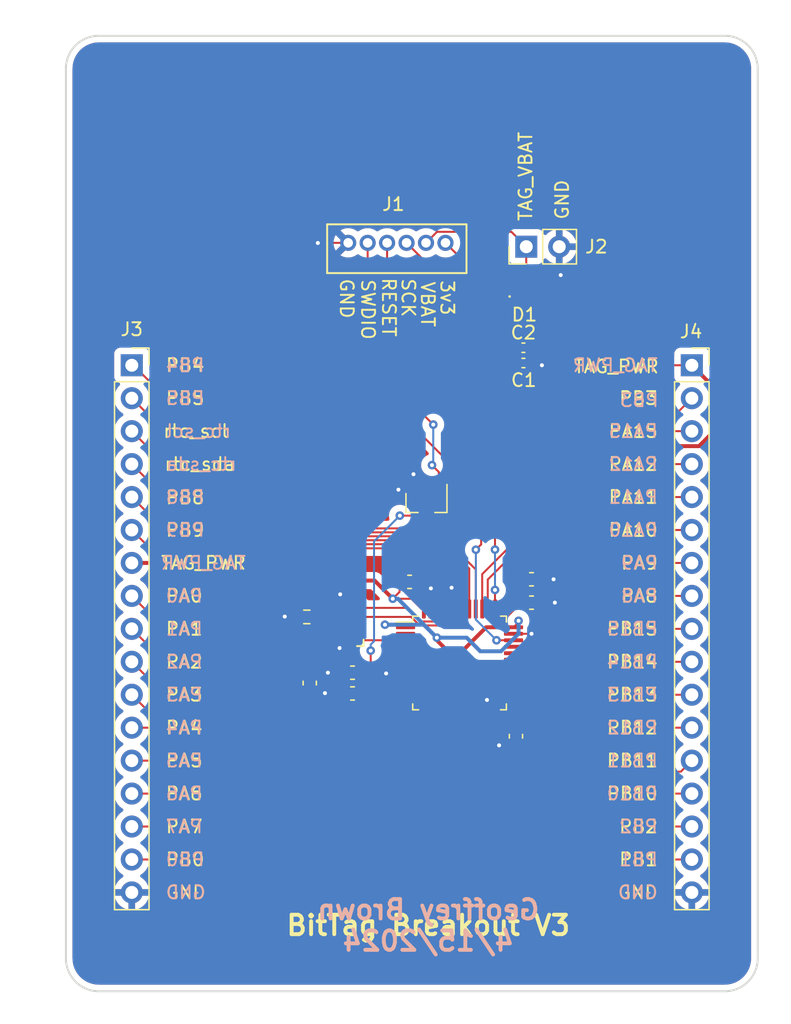
<source format=kicad_pcb>
(kicad_pcb (version 20211014) (generator pcbnew)
  (layers (0 "F.Cu" signal) (31 "B.Cu" signal) (34 "B.Paste" user) (35 "F.Paste" user) (36 "B.SilkS" user "B.Silkscreen") (37 "F.SilkS" user "F.Silkscreen") (38 "B.Mask" user) (39 "F.Mask" user) (44 "Edge.Cuts" user))
  (net 0 "")
  (net 1 "GND")
  (net 2 "TAG_3V3")
  (net 3 "TAG_SWDIO")
  (net 4 "TAG_RESET")
  (net 5 "TAG_VBAT")
  (net 6 "/PB4")
  (net 7 "/PB5")
  (net 8 "/rtc_scl")
  (net 9 "/rtc_sda")
  (net 10 "/NRST")
  (net 11 "TAG_SCK")
  (net 12 "/PB8")
  (net 13 "/PB9")
  (net 14 "/PA0")
  (net 15 "/PA1")
  (net 16 "/PA2")
  (net 17 "/PA3")
  (net 18 "/PA4")
  (net 19 "/PA5")
  (net 20 "/PA6")
  (net 21 "/PA7")
  (net 22 "/PB0")
  (net 23 "/PB3")
  (net 24 "/PA15")
  (net 25 "/PA12")
  (net 26 "/PA11")
  (net 27 "/PA10")
  (net 28 "/PA9")
  (net 29 "/PA8")
  (net 30 "/PB15")
  (net 31 "/PB14")
  (net 32 "/PB13")
  (net 33 "/PB12")
  (net 34 "/PB11")
  (net 35 "/PB10")
  (net 36 "/PB2")
  (net 37 "/PB1")
  (net 38 "Net-(R3-Pad2)")
  (net 39 "/clkout")
  (footprint "Capacitor_SMD:C_0603_1608Metric" (layer "F.Cu") (at 128.1 92.9)
    (fp_text reference "C3" hide)
    (fp_text value "0.1uF")
  )
  (footprint "Capacitor_SMD:C_0603_1608Metric" (layer "F.Cu") (at 137.5 94.5)
    (fp_text reference "C4" hide)
    (fp_text value "0.1uF")
  )
  (footprint "Capacitor_SMD:C_0603_1608Metric" (layer "F.Cu") (at 123.7 99.9 180)
    (fp_text reference "C5" hide)
    (fp_text value "0.1uF")
  )
  (footprint "Capacitor_SMD:C_0603_1608Metric" (layer "F.Cu") (at 136.3 104.8 -90)
    (fp_text reference "C6" hide)
    (fp_text value "0.1uF")
  )
  (footprint "Capacitor_SMD:C_0603_1608Metric" (layer "F.Cu") (at 120.4 100.7 -90)
    (fp_text reference "C7" hide)
    (fp_text value "0.1uF")
  )
  (footprint "Capacitor_SMD:C_0603_1608Metric" (layer "F.Cu") (at 123.7 101.5 180)
    (fp_text reference "C9" hide)
    (fp_text value "0.1uF")
  )
  (footprint "Connector_PinSocket_2.54mm:PinSocket_1x17_P2.54mm_Vertical" (layer "F.Cu") (at 106.68 76.2)
    (fp_text reference "J3")
    (fp_text value "Conn_01x17")
  )
  (footprint "Package_TO_SOT_SMD:SOT-23" (layer "F.Cu") (at 129.4003 86.7918 -90)
    (fp_text reference "Q1" hide)
    (fp_text value "Q_NPN_BEC")
  )
  (footprint "lib_fp:RV-8803-C7" (layer "F.Cu") (at 123.35 96.05 180)
    (fp_text reference "U6" hide)
    (fp_text value "RV-3028-C7" hide)
  )
  (footprint "Package_QFP:LQFP-48_7x7mm_P0.5mm" (layer "F.Cu") (at 131.95 99.15)
    (fp_text reference "U7" hide)
    (fp_text value "STM32L431CCTx")
  )
  (footprint "Connector_PinSocket_2.54mm:PinSocket_1x17_P2.54mm_Vertical" (layer "F.Cu") (at 149.86 76.2)
    (fp_text reference "J4")
    (fp_text value "Conn_01x17")
  )
  (footprint "Capacitor_SMD:C_0603_1608Metric" (layer "F.Cu") (at 137.5 92.7)
    (fp_text reference "C10" hide)
    (fp_text value "4.7uF")
  )
  (footprint "Resistor_SMD:R_0603_1608Metric" (layer "F.Cu") (at 120.175 95.6)
    (fp_text reference "R3" hide)
    (fp_text value "10K")
  )
  (footprint "Connector_PinHeader_2.54mm:PinHeader_1x02_P2.54mm_Vertical" (layer "F.Cu") (at 137.095 67.06 90)
    (fp_text reference "J2")
    (fp_text value "CONN_01X02" hide)
  )
  (footprint "Capacitor_SMD:C_0402_1005Metric" (layer "F.Cu") (at 136.875 76.025)
    (fp_text reference "C1")
    (fp_text value "22uf" hide)
  )
  (footprint "lib_fp:CONN_B6B-ZR_JST" (layer "F.Cu") (at 123.3649 66.7623)
    (fp_text reference "J1")
    (fp_text value "Conn_01x06" hide)
  )
  (footprint "Capacitor_SMD:C_0402_1005Metric" (layer "F.Cu") (at 136.875 74.85)
    (fp_text reference "C2")
    (fp_text value "22uf" hide)
  )
  (footprint "Diode_SMD:D_0402_1005Metric" (layer "F.Cu") (at 136.9 70.9)
    (fp_text reference "D1")
    (fp_text value "D" hide)
  )
  (gr_line (start 152.4 124.46) (end 104.14 124.46) (layer "Edge.Cuts") (width 0.15))
  (gr_line (start 101.6 53.34) (end 101.6 121.92) (layer "Edge.Cuts") (width 0.15))
  (gr_line (start 152.4 50.8) (end 104.14 50.8) (layer "Edge.Cuts") (width 0.15))
  (gr_arc (start 152.4 50.8) (mid 154.196051 51.543949) (end 154.94 53.34) (layer "Edge.Cuts") (width 0.15))
  (gr_arc (start 101.6 53.34) (mid 102.343949 51.543949) (end 104.14 50.8) (layer "Edge.Cuts") (width 0.15))
  (gr_arc (start 154.94 121.92) (mid 154.196051 123.716051) (end 152.4 124.46) (layer "Edge.Cuts") (width 0.15))
  (gr_arc (start 104.14 124.46) (mid 102.343949 123.716051) (end 101.6 121.92) (layer "Edge.Cuts") (width 0.15))
  (gr_line (start 154.94 53.34) (end 154.94 121.92) (layer "Edge.Cuts") (width 0.15))
  (gr_text "Geoffrey Brown\n4/15/2024" (at 129.54 119.38) (layer "B.SilkS") (effects (font (size 1.5 1.5) (thickness 0.3)) (justify mirror)))
  (gr_text "PA7" (at 109.22 111.76) (layer "B.SilkS") (effects (font (size 1 1)) (justify right mirror)))
  (gr_text "PA0" (at 109.22 93.98) (layer "B.SilkS") (effects (font (size 1 1)) (justify right mirror)))
  (gr_text "PB8" (at 109.22 86.36) (layer "B.SilkS") (effects (font (size 1 1)) (justify right mirror)))
  (gr_text "PA1" (at 109.22 96.52) (layer "B.SilkS") (effects (font (size 1 1)) (justify right mirror)))
  (gr_text "PA4" (at 109.22 104.14) (layer "B.SilkS") (effects (font (size 1 1)) (justify right mirror)))
  (gr_text "PA3" (at 109.22 101.6) (layer "B.SilkS") (effects (font (size 1 1)) (justify right mirror)))
  (gr_text "PB9" (at 109.22 88.9) (layer "B.SilkS") (effects (font (size 1 1)) (justify right mirror)))
  (gr_text "PB5" (at 109.22 78.74) (layer "B.SilkS") (effects (font (size 1 1)) (justify right mirror)))
  (gr_text "PB4" (at 109.22 76.2) (layer "B.SilkS") (effects (font (size 1 1)) (justify right mirror)))
  (gr_text "PB0" (at 109.22 114.3) (layer "B.SilkS") (effects (font (size 1 1)) (justify right mirror)))
  (gr_text "PA2" (at 109.22 99.06) (layer "B.SilkS") (effects (font (size 1 1)) (justify right mirror)))
  (gr_text "PA5" (at 109.22 106.68) (layer "B.SilkS") (effects (font (size 1 1)) (justify right mirror)))
  (gr_text "PB1" (at 147.32 114.3) (layer "B.SilkS") (effects (font (size 1 1)) (justify left mirror)))
  (gr_text "GND" (at 109.22 116.84) (layer "B.SilkS") (effects (font (size 1 1)) (justify right mirror)))
  (gr_text "PA6" (at 109.22 109.22) (layer "B.SilkS") (effects (font (size 1 1)) (justify right mirror)))
  (gr_text "PB15" (at 147.32 96.52) (layer "B.SilkS") (effects (font (size 1 1)) (justify left mirror)))
  (gr_text "PA8" (at 147.32 93.98) (layer "B.SilkS") (effects (font (size 1 1)) (justify left mirror)))
  (gr_text "PA9" (at 147.32 91.44) (layer "B.SilkS") (effects (font (size 1 1)) (justify left mirror)))
  (gr_text "PA11" (at 147.32 86.36) (layer "B.SilkS") (effects (font (size 1 1)) (justify left mirror)))
  (gr_text "PA10" (at 147.32 88.9) (layer "B.SilkS") (effects (font (size 1 1)) (justify left mirror)))
  (gr_text "PA15" (at 147.32 81.28) (layer "B.SilkS") (effects (font (size 1 1)) (justify left mirror)))
  (gr_text "PB11" (at 147.32 106.68) (layer "B.SilkS") (effects (font (size 1 1)) (justify left mirror)))
  (gr_text "GND" (at 147.32 116.84) (layer "B.SilkS") (effects (font (size 1 1)) (justify left mirror)))
  (gr_text "TAG_PWR" (at 115.57 91.44) (layer "B.SilkS") (effects (font (size 1 1)) (justify left mirror)))
  (gr_text "PB12" (at 147.32 104.14) (layer "B.SilkS") (effects (font (size 1 1)) (justify left mirror)))
  (gr_text "TAG_PWR" (at 147.32 76.2) (layer "B.SilkS") (effects (font (size 1 1)) (justify left mirror)))
  (gr_text "PB10" (at 147.32 109.22) (layer "B.SilkS") (effects (font (size 1 1)) (justify left mirror)))
  (gr_text "PB2" (at 147.32 111.76) (layer "B.SilkS") (effects (font (size 1 1)) (justify left mirror)))
  (gr_text "PB13" (at 147.32 101.6) (layer "B.SilkS") (effects (font (size 1 1)) (justify left mirror)))
  (gr_text "PB14" (at 147.32 99.06) (layer "B.SilkS") (effects (font (size 1 1)) (justify left mirror)))
  (gr_text "PA12" (at 147.32 83.82) (layer "B.SilkS") (effects (font (size 1 1)) (justify left mirror)))
  (gr_text "rtc_scl" (at 109.22 81.28) (layer "B.SilkS") (effects (font (size 1 1)) (justify right mirror)))
  (gr_text "PB3" (at 144.23644 78.89748) (layer "B.SilkS") (effects (font (size 1 1)) (justify right mirror)))
  (gr_text "rtc_sda" (at 109.22 83.82) (layer "B.SilkS") (effects (font (size 1 1)) (justify right mirror)))
  (gr_text "PB1" (at 147.32 114.3) (layer "F.SilkS") (effects (font (size 1 1)) (justify right)))
  (gr_text "TAG_PWR" (at 115.57 91.44) (layer "F.SilkS") (effects (font (size 1 1)) (justify right)))
  (gr_text "GND" (at 147.32 116.84) (layer "F.SilkS") (effects (font (size 1 1)) (justify right)))
  (gr_text "GND" (at 109.22 116.84) (layer "F.SilkS") (effects (font (size 1 1)) (justify left)))
  (gr_text "rtc_scl" (at 109.02 81.28) (layer "F.SilkS") (effects (font (size 1 1)) (justify left)))
  (gr_text "PA8" (at 147.32 93.98) (layer "F.SilkS") (effects (font (size 1 1)) (justify right)))
  (gr_text "3v3" (at 131 71 -90) (layer "F.SilkS") (effects (font (size 1 1))))
  (gr_text "PA12" (at 147.32 83.82) (layer "F.SilkS") (effects (font (size 1 1)) (justify right)))
  (gr_text "PB15" (at 147.32 96.52) (layer "F.SilkS") (effects (font (size 1 1)) (justify right)))
  (gr_text "PB14" (at 147.32 99.06) (layer "F.SilkS") (effects (font (size 1 1)) (justify right)))
  (gr_text "PA7" (at 109.22 111.76) (layer "F.SilkS") (effects (font (size 1 1)) (justify left)))
  (gr_text "rtc_sda" (at 109.12 83.82) (layer "F.SilkS") (effects (font (size 1 1)) (justify left)))
  (gr_text "PB4" (at 109.22 76.2) (layer "F.SilkS") (effects (font (size 1 1)) (justify left)))
  (gr_text "PA9" (at 147.32 91.44) (layer "F.SilkS") (effects (font (size 1 1)) (justify right)))
  (gr_text "GND" (at 123.25 71.06 270) (layer "F.SilkS") (effects (font (size 1 1))))
  (gr_text "PB3" (at 147.32 78.74) (layer "F.SilkS") (effects (font (size 1 1)) (justify right)))
  (gr_text "PA3" (at 109.22 101.6) (layer "F.SilkS") (effects (font (size 1 1)) (justify left)))
  (gr_text "PA15" (at 147.32 81.28) (layer "F.SilkS") (effects (font (size 1 1)) (justify right)))
  (gr_text "PB9" (at 109.22 88.9) (layer "F.SilkS") (effects (font (size 1 1)) (justify left)))
  (gr_text "GND" (at 139.86 63.43 90) (layer "F.SilkS") (effects (font (size 1 1))))
  (gr_text "PA5" (at 109.22 106.68) (layer "F.SilkS") (effects (font (size 1 1)) (justify left)))
  (gr_text "VBAT\n" (at 129.5 71.5 -90) (layer "F.SilkS") (effects (font (size 1 1))))
  (gr_text "PB2" (at 147.32 111.76) (layer "F.SilkS") (effects (font (size 1 1)) (justify right)))
  (gr_text "PA11" (at 147.32 86.36) (layer "F.SilkS") (effects (font (size 1 1)) (justify right)))
  (gr_text "PA4" (at 109.22 104.14) (layer "F.SilkS") (effects (font (size 1 1)) (justify left)))
  (gr_text "PA10" (at 147.32 88.9) (layer "F.SilkS") (effects (font (size 1 1)) (justify right)))
  (gr_text "TAG_PWR" (at 147.4 76.3) (layer "F.SilkS") (effects (font (size 1 1)) (justify right)))
  (gr_text "PA1" (at 109.22 96.52) (layer "F.SilkS") (effects (font (size 1 1)) (justify left)))
  (gr_text "BitTag Breakout V3" (at 129.54 119.38) (layer "F.SilkS") (effects (font (size 1.5 1.5) (thickness 0.3))))
  (gr_text "PB0" (at 109.22 114.3) (layer "F.SilkS") (effects (font (size 1 1)) (justify left)))
  (gr_text "PA6" (at 109.22 109.22) (layer "F.SilkS") (effects (font (size 1 1)) (justify left)))
  (gr_text "SWDIO" (at 124.89 71.9 -90) (layer "F.SilkS") (effects (font (size 1 1))))
  (gr_text "PB5" (at 109.22 78.74) (layer "F.SilkS") (effects (font (size 1 1)) (justify left)))
  (gr_text "RESET" (at 126.5 71.73 -90) (layer "F.SilkS") (effects (font (size 1 1))))
  (gr_text "PB8" (at 109.22 86.4) (layer "F.SilkS") (effects (font (size 1 1)) (justify left)))
  (gr_text "PB13" (at 147.32 101.6) (layer "F.SilkS") (effects (font (size 1 1)) (justify right)))
  (gr_text "PA0" (at 109.22 93.98) (layer "F.SilkS") (effects (font (size 1 1)) (justify left)))
  (gr_text "SCK" (at 128 71 -90) (layer "F.SilkS") (effects (font (size 1 1))))
  (gr_text "TAG_VBAT" (at 137.04 61.64 90) (layer "F.SilkS") (effects (font (size 1 1))))
  (gr_text "PB11" (at 147.32 106.68) (layer "F.SilkS") (effects (font (size 1 1)) (justify right)))
  (gr_text "PB10" (at 147.32 109.22) (layer "F.SilkS") (effects (font (size 1 1)) (justify right)))
  (gr_text "PA2" (at 109.22 99.06) (layer "F.SilkS") (effects (font (size 1 1)) (justify left)))
  (gr_text "PB12" (at 147.32 104.14) (layer "F.SilkS") (effects (font (size 1 1)) (justify right)))
  (segment (start 137.405 76.025) (end 138.125 76.025) (width 0.1524) (layer "F.Cu") (net 1))
  (segment (start 122.925 101.5) (end 121.6 101.5) (width 0.1524) (layer "F.Cu") (net 1))
  (segment (start 118.5 95.6) (end 118.475 95.575) (width 0.1524) (layer "F.Cu") (net 1))
  (segment (start 134.2 103.3125) (end 134.2 104.7) (width 0.1524) (layer "F.Cu") (net 1))
  (segment (start 135.1 105.5) (end 135 105.5) (width 0.1524) (layer "F.Cu") (net 1))
  (segment (start 122.75 94.7) (end 122.75 93.85881) (width 0.1524) (layer "F.Cu") (net 1))
  (segment (start 138.125 76.025) (end 138.3 76.2) (width 0.1524) (layer "F.Cu") (net 1))
  (segment (start 131.2 93.485169) (end 131.336379 93.34879) (width 0.1524) (layer "F.Cu") (net 1))
  (segment (start 139.635 69.135) (end 139.75 69.25) (width 0.1524) (layer "F.Cu") (net 1))
  (segment (start 128.4503 84.6503) (end 128.4 84.6) (width 0.1524) (layer "F.Cu") (net 1))
  (segment (start 121.6 101.5) (end 121.575 101.475) (width 0.1524) (layer "F.Cu") (net 1))
  (segment (start 134.2 104.7) (end 135 105.5) (width 0.1524) (layer "F.Cu") (net 1))
  (segment (start 126.349031 99.9) (end 126.290221 99.95881) (width 0.1524) (layer "F.Cu") (net 1))
  (segment (start 122.75 97.95) (end 122.7 98) (width 0.1524) (layer "F.Cu") (net 1))
  (segment (start 135.175 105.575) (end 135.1 105.5) (width 0.1524) (layer "F.Cu") (net 1))
  (segment (start 129.7 93.44119) (end 129.74119 93.4) (width 0.1524) (layer "F.Cu") (net 1))
  (segment (start 128.4503 85.7918) (end 127.238 85.7918) (width 0.1524) (layer "F.Cu") (net 1))
  (segment (start 129.7 94.9875) (end 129.7 93.44119) (width 0.1524) (layer "F.Cu") (net 1))
  (segment (start 122.925 99.9) (end 121.8 99.9) (width 0.1524) (layer "F.Cu") (net 1))
  (segment (start 128.875 92.9) (end 129.24119 92.9) (width 0.1524) (layer "F.Cu") (net 1))
  (segment (start 134.2 102.135818) (end 134.06499 102.000808) (width 0.1524) (layer "F.Cu") (net 1))
  (segment (start 138.275 92.7) (end 139.2 92.7) (width 0.3048) (layer "F.Cu") (net 1))
  (segment (start 128.4503 85.7918) (end 128.4503 84.6503) (width 0.1524) (layer "F.Cu") (net 1))
  (segment (start 131.2 94.9875) (end 131.2 93.485169) (width 0.1524) (layer "F.Cu") (net 1))
  (segment (start 119.35 95.6) (end 118.5 95.6) (width 0.1524) (layer "F.Cu") (net 1))
  (segment (start 123.3649 66.7623) (end 121.0377 66.7623) (width 0.1524) (layer "F.Cu") (net 1))
  (segment (start 139.635 67.06) (end 139.635 69.135) (width 0.1524) (layer "F.Cu") (net 1))
  (segment (start 137.355 74.85) (end 137.355 75.975) (width 0.1524) (layer "F.Cu") (net 1))
  (segment (start 121.0377 66.7623) (end 121.025 66.775) (width 0.1524) (layer "F.Cu") (net 1))
  (segment (start 129.24119 92.9) (end 129.74119 93.4) (width 0.1524) (layer "F.Cu") (net 1))
  (segment (start 136.3 105.575) (end 135.175 105.575) (width 0.1524) (layer "F.Cu") (net 1))
  (segment (start 138.275 94.5) (end 139.3 94.5) (width 0.3048) (layer "F.Cu") (net 1))
  (segment (start 120.4 101.475) (end 121.575 101.475) (width 0.1524) (layer "F.Cu") (net 1))
  (segment (start 137.355 75.975) (end 137.405 76.025) (width 0.1524) (layer "F.Cu") (net 1))
  (segment (start 122.75 97.4) (end 122.75 97.95) (width 0.1524) (layer "F.Cu") (net 1))
  (segment (start 136.1125 96.9) (end 137.5 96.9) (width 0.1524) (layer "F.Cu") (net 1))
  (segment (start 134.2 103.3125) (end 134.2 102.135818) (width 0.1524) (layer "F.Cu") (net 1))
  (segment (start 127.7875 99.9) (end 126.349031 99.9) (width 0.1524) (layer "F.Cu") (net 1))
  (via (at 121.8 99.9) (size 0.6604) (drill 0.3048) (layers "F.Cu" "B.Cu") (net 1))
  (via (at 139.75 69.25) (size 0.6604) (drill 0.3048) (layers "F.Cu" "B.Cu") (net 1))
  (via (at 137.5 96.9) (size 0.6604) (drill 0.3048) (layers "F.Cu" "B.Cu") (net 1))
  (via (at 122.7 98) (size 0.6604) (drill 0.3048) (layers "F.Cu" "B.Cu") (net 1))
  (via (at 134.06499 102.000808) (size 0.6604) (drill 0.3048) (layers "F.Cu" "B.Cu") (net 1))
  (via (at 126.290221 99.95881) (size 0.6604) (drill 0.3048) (layers "F.Cu" "B.Cu") (net 1))
  (via (at 139.3 94.5) (size 0.6604) (drill 0.3048) (layers "F.Cu" "B.Cu") (net 1))
  (via (at 138.3 76.2) (size 0.6604) (drill 0.3048) (layers "F.Cu" "B.Cu") (net 1))
  (via (at 122.75 93.85881) (size 0.6604) (drill 0.3048) (layers "F.Cu" "B.Cu") (net 1))
  (via (at 121.025 66.775) (size 0.6604) (drill 0.3048) (layers "F.Cu" "B.Cu") (net 1))
  (via (at 131.336379 93.34879) (size 0.6604) (drill 0.3048) (layers "F.Cu" "B.Cu") (net 1))
  (via (at 139.2 92.7) (size 0.6604) (drill 0.3048) (layers "F.Cu" "B.Cu") (net 1))
  (via (at 127.238 85.7918) (size 0.6604) (drill 0.3048) (layers "F.Cu" "B.Cu") (net 1))
  (via (at 129.74119 93.4) (size 0.6604) (drill 0.3048) (layers "F.Cu" "B.Cu") (net 1))
  (via (at 121.575 101.475) (size 0.6604) (drill 0.3048) (layers "F.Cu" "B.Cu") (net 1))
  (via (at 128.4 84.6) (size 0.6604) (drill 0.3048) (layers "F.Cu" "B.Cu") (net 1))
  (via (at 118.475 95.575) (size 0.6604) (drill 0.3048) (layers "F.Cu" "B.Cu") (net 1))
  (via (at 135 105.5) (size 0.6604) (drill 0.3048) (layers "F.Cu" "B.Cu") (net 1))
  (segment (start 127.7875 100.4) (end 128.6 100.4) (width 0.3048) (layer "F.Cu") (net 2))
  (segment (start 126.2 96.2) (end 127.5875 96.2) (width 0.3048) (layer "F.Cu") (net 2))
  (segment (start 129 100.4) (end 131.2 98.2) (width 0.3048) (layer "F.Cu") (net 2))
  (segment (start 135.5875 103.3125) (end 136.3 104.025) (width 0.1524) (layer "F.Cu") (net 2))
  (segment (start 135.0026 70.9) (end 130.8649 66.7623) (width 0.1524) (layer "F.Cu") (net 2))
  (segment (start 115.1 92.1) (end 115.2 92.2) (width 0.3048) (layer "F.Cu") (net 2))
  (segment (start 126.47861 100.52139) (end 127.66611 100.52139) (width 0.1524) (layer "F.Cu") (net 2))
  (segment (start 150.414305 82.434801) (end 151.5 81.349106) (width 0.3048) (layer "F.Cu") (net 2))
  (segment (start 136.415 70.9) (end 135.0026 70.9) (width 0.1524) (layer "F.Cu") (net 2))
  (segment (start 115.2 92.2) (end 115.8 92.8) (width 0.3048) (layer "F.Cu") (net 2))
  (segment (start 128.225 94.2) (end 129.0125 94.9875) (width 0.1524) (layer "F.Cu") (net 2))
  (segment (start 136.730894 92.7) (end 137.815447 91.615447) (width 0.3048) (layer "F.Cu") (net 2))
  (segment (start 136.5 95.9) (end 136.5 96.0125) (width 0.1524) (layer "F.Cu") (net 2))
  (segment (start 106.68 91.44) (end 114.44 91.44) (width 0.3048) (layer "F.Cu") (net 2))
  (segment (start 127.325 93.675) (end 126.8 94.2) (width 0.1524) (layer "F.Cu") (net 2))
  (segment (start 136.395 70.92) (end 136.415 70.9) (width 0.1524) (layer "F.Cu") (net 2))
  (segment (start 151.5 81.349106) (end 151.5 77.84) (width 0.3048) (layer "F.Cu") (net 2))
  (segment (start 136.725 92.7) (end 136.730894 92.7) (width 0.3048) (layer "F.Cu") (net 2))
  (segment (start 127.325 92.9) (end 127.325 93.675) (width 0.1524) (layer "F.Cu") (net 2))
  (segment (start 127.66611 100.52139) (end 127.7875 100.4) (width 0.1524) (layer "F.Cu") (net 2))
  (segment (start 124.475 101.5) (end 125.5 101.5) (width 0.1524) (layer "F.Cu") (net 2))
  (segment (start 138.915447 90.515447) (end 146.996093 82.434801) (width 0.3048) (layer "F.Cu") (net 2))
  (segment (start 136.725 94.5) (end 136.725 92.705894) (width 0.3048) (layer "F.Cu") (net 2))
  (segment (start 131.2 98.2) (end 131 98.2) (width 0.3048) (layer "F.Cu") (net 2))
  (segment (start 125.5 101.5) (end 126.47861 100.52139) (width 0.1524) (layer "F.Cu") (net 2))
  (segment (start 114.44 91.44) (end 115.1 92.1) (width 0.3048) (layer "F.Cu") (net 2))
  (segment (start 136.415 70.9) (end 141.715 76.2) (width 0.1524) (layer "F.Cu") (net 2))
  (segment (start 113.5 97.2) (end 113.5 93.9) (width 0.1524) (layer "F.Cu") (net 2))
  (segment (start 131.2 98.2) (end 132.2 98.2) (width 0.3048) (layer "F.Cu") (net 2))
  (segment (start 120 92.8) (end 125.4 92.8) (width 0.3048) (layer "F.Cu") (net 2))
  (segment (start 146.996093 82.434801) (end 150.414305 82.434801) (width 0.3048) (layer "F.Cu") (net 2))
  (segment (start 136.395 74.85) (end 136.395 76.025) (width 0.1524) (layer "F.Cu") (net 2))
  (segment (start 136.395 74.85) (end 136.395 70.92) (width 0.1524) (layer "F.Cu") (net 2))
  (segment (start 120.4 99.925) (end 116.225 99.925) (width 0.1524) (layer "F.Cu") (net 2))
  (segment (start 125.4 92.8) (end 126.8 94.2) (width 0.3048) (layer "F.Cu") (net 2))
  (segment (start 120 95.681132) (end 120 92.8) (width 0.1524) (layer "F.Cu") (net 2))
  (segment (start 131 98.2) (end 130.2 97.4) (width 0.3048) (layer "F.Cu") (net 2))
  (segment (start 113.5 93.9) (end 115.2 92.2) (width 0.1524) (layer "F.Cu") (net 2))
  (segment (start 129.2 94.9875) (end 129.0125 94.9875) (width 0.1524) (layer "F.Cu") (net 2))
  (segment (start 122.75 96.5) (end 120.818868 96.5) (width 0.1524) (layer "F.Cu") (net 2))
  (segment (start 127.5875 96.2) (end 127.7875 96.4) (width 0.3048) (layer "F.Cu") (net 2))
  (segment (start 134.7 100.7) (end 134.7 103.3125) (width 0.3048) (layer "F.Cu") (net 2))
  (segment (start 134.7 103.3125) (end 135.5875 103.3125) (width 0.1524) (layer "F.Cu") (net 2))
  (segment (start 137.815447 91.615447) (end 138.915447 90.515447) (width 0.3048) (layer "F.Cu") (net 2))
  (segment (start 132.2 98.2) (end 134.7 100.7) (width 0.3048) (layer "F.Cu") (net 2))
  (segment (start 136.725 94.5) (end 136.6 94.5) (width 0.3048) (layer "F.Cu") (net 2))
  (segment (start 136.6 94.5) (end 134.7 96.4) (width 0.3048) (layer "F.Cu") (net 2))
  (segment (start 116.225 99.925) (end 113.5 97.2) (width 0.1524) (layer "F.Cu") (net 2))
  (segment (start 134.7 96.4) (end 134 96.4) (width 0.3048) (layer "F.Cu") (net 2))
  (segment (start 120.818868 96.5) (end 120 95.681132) (width 0.1524) (layer "F.Cu") (net 2))
  (segment (start 151.5 77.84) (end 149.86 76.2) (width 0.3048) (layer "F.Cu") (net 2))
  (segment (start 115.8 92.8) (end 120 92.8) (width 0.3048) (layer "F.Cu") (net 2))
  (segment (start 126.8 94.2) (end 128.225 94.2) (width 0.1524) (layer "F.Cu") (net 2))
  (segment (start 136.5 96.0125) (end 136.1125 96.4) (width 0.1524) (layer "F.Cu") (net 2))
  (segment (start 128.6 100.4) (end 129 100.4) (width 0.3048) (layer "F.Cu") (net 2))
  (segment (start 136.725 92.705894) (end 137.815447 91.615447) (width 0.3048) (layer "F.Cu") (net 2))
  (segment (start 141.715 76.2) (end 149.86 76.2) (width 0.1524) (layer "F.Cu") (net 2))
  (segment (start 134 96.4) (end 132.2 98.2) (width 0.3048) (layer "F.Cu") (net 2))
  (segment (start 130.2 97.4) (end 130.2 97.2) (width 0.3048) (layer "F.Cu") (net 2))
  (via (at 130.2 97.2) (size 0.6604) (drill 0.3048) (layers "F.Cu" "B.Cu") (net 2))
  (via (at 126.8 94.2) (size 0.6604) (drill 0.3048) (layers "F.Cu" "B.Cu") (net 2))
  (via (at 136.5 95.9) (size 0.6604) (drill 0.3048) (layers "F.Cu" "B.Cu") (net 2))
  (via (at 126.2 96.2) (size 0.6604) (drill 0.3048) (layers "F.Cu" "B.Cu") (net 2))
  (segment (start 135.15 98.25) (end 136.5 96.9) (width 0.3048) (layer "B.Cu") (net 2))
  (segment (start 130.2 97.2) (end 132.5 97.2) (width 0.3048) (layer "B.Cu") (net 2))
  (segment (start 130.2 97.2) (end 127.2 94.2) (width 0.3048) (layer "B.Cu") (net 2))
  (segment (start 132.5 97.2) (end 133.55 98.25) (width 0.3048) (layer "B.Cu") (net 2))
  (segment (start 129.2 96.2) (end 130.2 97.2) (width 0.3048) (layer "B.Cu") (net 2))
  (segment (start 136.5 96.9) (end 136.5 95.9) (width 0.3048) (layer "B.Cu") (net 2))
  (segment (start 126.2 96.2) (end 129.2 96.2) (width 0.3048) (layer "B.Cu") (net 2))
  (segment (start 133.55 98.25) (end 135.15 98.25) (width 0.3048) (layer "B.Cu") (net 2))
  (segment (start 127.2 94.2) (end 126.8 94.2) (width 0.3048) (layer "B.Cu") (net 2))
  (segment (start 136.1125 97.4) (end 134.8 97.4) (width 0.1524) (layer "F.Cu") (net 3))
  (segment (start 124.8649 77.4149) (end 133.6181 86.1681) (width 0.1524) (layer "F.Cu") (net 3))
  (segment (start 133.6181 86.1681) (end 133.6181 90.01046) (width 0.1524) (layer "F.Cu") (net 3))
  (segment (start 133.6181 90.01046) (end 133.209419 90.419141) (width 0.1524) (layer "F.Cu") (net 3))
  (segment (start 124.8649 66.7623) (end 124.8649 77.4149) (width 0.1524) (layer "F.Cu") (net 3))
  (via (at 133.209419 90.419141) (size 0.6604) (drill 0.3048) (layers "F.Cu" "B.Cu") (net 3))
  (via (at 134.8 97.4) (size 0.6604) (drill 0.3048) (layers "F.Cu" "B.Cu") (net 3))
  (segment (start 133.209419 90.419141) (end 133.209419 95.690581) (width 0.1524) (layer "B.Cu") (net 3))
  (segment (start 134.8 97.4) (end 133.209419 95.809419) (width 0.1524) (layer "B.Cu") (net 3))
  (segment (start 133.209419 95.809419) (end 133.209419 95.690581) (width 0.1524) (layer "B.Cu") (net 3))
  (segment (start 129.825 83.9) (end 130.3503 84.4253) (width 0.1524) (layer "F.Cu") (net 4))
  (segment (start 126.364899 77.214899) (end 129.925 80.775) (width 0.1524) (layer "F.Cu") (net 4))
  (segment (start 130.3503 84.4253) (end 130.3503 85.7918) (width 0.1524) (layer "F.Cu") (net 4))
  (segment (start 126.364899 66.7623) (end 126.364899 77.214899) (width 0.1524) (layer "F.Cu") (net 4))
  (via (at 129.925 80.775) (size 0.6604) (drill 0.3048) (layers "F.Cu" "B.Cu") (net 4))
  (via (at 129.825 83.9) (size 0.6604) (drill 0.3048) (layers "F.Cu" "B.Cu") (net 4))
  (segment (start 129.925 80.775) (end 129.925 83.8) (width 0.1524) (layer "B.Cu") (net 4))
  (segment (start 129.925 83.8) (end 129.825 83.9) (width 0.1524) (layer "B.Cu") (net 4))
  (segment (start 135.9464 65.9114) (end 137.095 67.06) (width 0.1524) (layer "F.Cu") (net 5))
  (segment (start 129.364901 66.7623) (end 130.215801 65.9114) (width 0.1524) (layer "F.Cu") (net 5))
  (segment (start 137.095 67.06) (end 137.095 70.61) (width 0.1524) (layer "F.Cu") (net 5))
  (segment (start 137.095 70.61) (end 137.385 70.9) (width 0.1524) (layer "F.Cu") (net 5))
  (segment (start 130.215801 65.9114) (end 135.9464 65.9114) (width 0.1524) (layer "F.Cu") (net 5))
  (segment (start 130.031284 88.77595) (end 119.37595 88.77595) (width 0.1524) (layer "F.Cu") (net 6))
  (segment (start 133.2 94.9875) (end 133.2 91.944666) (width 0.1524) (layer "F.Cu") (net 6))
  (segment (start 106.68 76.2) (end 106.8 76.2) (width 0.1524) (layer "F.Cu") (net 6))
  (segment (start 133.2 91.944666) (end 130.031284 88.77595) (width 0.1524) (layer "F.Cu") (net 6))
  (segment (start 106.8 76.2) (end 109.45 78.85) (width 0.1524) (layer "F.Cu") (net 6))
  (segment (start 119.37595 88.77595) (end 109.45 78.85) (width 0.1524) (layer "F.Cu") (net 6))
  (segment (start 129.905026 89.080759) (end 117.020759 89.080759) (width 0.1524) (layer "F.Cu") (net 7))
  (segment (start 132.7 94.9875) (end 132.7 91.875733) (width 0.1524) (layer "F.Cu") (net 7))
  (segment (start 132.7 91.875733) (end 129.905026 89.080759) (width 0.1524) (layer "F.Cu") (net 7))
  (segment (start 117.020759 89.080759) (end 116.72 88.78) (width 0.1524) (layer "F.Cu") (net 7))
  (segment (start 116.72 88.78) (end 106.68 78.74) (width 0.1524) (layer "F.Cu") (net 7))
  (segment (start 132.2 91.8068) (end 129.778769 89.385569) (width 0.1524) (layer "F.Cu") (net 8))
  (segment (start 128.872984 96.258421) (end 128.432281 95.817719) (width 0.1524) (layer "F.Cu") (net 8))
  (segment (start 132.2 94.9875) (end 132.2 91.8068) (width 0.1524) (layer "F.Cu") (net 8))
  (segment (start 123.95 95.6) (end 128.214562 95.6) (width 0.1524) (layer "F.Cu") (net 8))
  (segment (start 129.778769 89.385569) (end 114.785569 89.385569) (width 0.1524) (layer "F.Cu") (net 8))
  (segment (start 131.666579 96.258421) (end 128.872984 96.258421) (width 0.1524) (layer "F.Cu") (net 8))
  (segment (start 132.2 94.9875) (end 132.2 95.725) (width 0.1524) (layer "F.Cu") (net 8))
  (segment (start 128.432281 95.817719) (end 128.214563 95.6) (width 0.1524) (layer "F.Cu") (net 8))
  (segment (start 132.2 95.725) (end 131.666579 96.258421) (width 0.1524) (layer "F.Cu") (net 8))
  (segment (start 114.785569 89.385569) (end 106.68 81.28) (width 0.1524) (layer "F.Cu") (net 8))
  (segment (start 128.214562 95.6) (end 128.432281 95.817719) (width 0.1524) (layer "F.Cu") (net 8))
  (segment (start 129.652513 89.69038) (end 112.55038 89.69038) (width 0.1524) (layer "F.Cu") (net 9))
  (segment (start 124.15361 94.90361) (end 127.94924 94.90361) (width 0.1524) (layer "F.Cu") (net 9))
  (segment (start 107.529999 84.669999) (end 106.68 83.82) (width 0.1524) (layer "F.Cu") (net 9))
  (segment (start 131.7 95.725) (end 131.7 94.9875) (width 0.1524) (layer "F.Cu") (net 9))
  (segment (start 112.55038 89.69038) (end 107.529999 84.669999) (width 0.1524) (layer "F.Cu") (net 9))
  (segment (start 131.7 93.8) (end 131.895189 93.604811) (width 0.1524) (layer "F.Cu") (net 9))
  (segment (start 131.895189 91.933056) (end 129.652513 89.69038) (width 0.1524) (layer "F.Cu") (net 9))
  (segment (start 131.895189 93.604811) (end 131.895189 91.933056) (width 0.1524) (layer "F.Cu") (net 9))
  (segment (start 123.95 94.7) (end 124.15361 94.90361) (width 0.1524) (layer "F.Cu") (net 9))
  (segment (start 127.94924 94.90361) (end 128.99924 95.95361) (width 0.1524) (layer "F.Cu") (net 9))
  (segment (start 131.47139 95.95361) (end 131.7 95.725) (width 0.1524) (layer "F.Cu") (net 9))
  (segment (start 131.7 94.9875) (end 131.7 93.8) (width 0.1524) (layer "F.Cu") (net 9))
  (segment (start 128.99924 95.95361) (end 131.47139 95.95361) (width 0.1524) (layer "F.Cu") (net 9))
  (segment (start 129.4003 87.7918) (end 127.3462 87.7918) (width 0.1524) (layer "F.Cu") (net 10))
  (segment (start 127.7875 99.4) (end 124.975 99.4) (width 0.1524) (layer "F.Cu") (net 10))
  (segment (start 125.1 99.275) (end 124.475 99.9) (width 0.1524) (layer "F.Cu") (net 10))
  (segment (start 125.1 98.2) (end 125.1 99.275) (width 0.1524) (layer "F.Cu") (net 10))
  (segment (start 124.975 99.4) (end 124.475 99.9) (width 0.1524) (layer "F.Cu") (net 10))
  (via (at 127.3462 87.7918) (size 0.6604) (drill 0.3048) (layers "F.Cu" "B.Cu") (net 10))
  (via (at 125.1 98.2) (size 0.6604) (drill 0.3048) (layers "F.Cu" "B.Cu") (net 10))
  (segment (start 125.358802 97.474225) (end 125.1 97.733027) (width 0.1524) (layer "B.Cu") (net 10))
  (segment (start 125.1 97.733027) (end 125.1 98.2) (width 0.1524) (layer "B.Cu") (net 10))
  (segment (start 125.358802 89.779198) (end 125.358802 97.474225) (width 0.1524) (layer "B.Cu") (net 10))
  (segment (start 127.3462 87.7918) (end 125.358802 89.779198) (width 0.1524) (layer "B.Cu") (net 10))
  (segment (start 134.6835 73.580899) (end 134.6835 90.4113) (width 0.1524) (layer "F.Cu") (net 11))
  (segment (start 134.6835 93.5228) (end 134.6835 94.971) (width 0.1524) (layer "F.Cu") (net 11))
  (segment (start 134.6835 94.971) (end 134.7 94.9875) (width 0.1524) (layer "F.Cu") (net 11))
  (segment (start 127.864901 66.7623) (end 134.6835 73.580899) (width 0.1524) (layer "F.Cu") (net 11))
  (via (at 134.6835 93.5228) (size 0.6604) (drill 0.3048) (layers "F.Cu" "B.Cu") (net 11))
  (via (at 134.6835 90.4113) (size 0.6604) (drill 0.3048) (layers "F.Cu" "B.Cu") (net 11))
  (segment (start 134.6835 90.4113) (end 134.6835 93.5228) (width 0.1524) (layer "B.Cu") (net 11))
  (segment (start 130.7 91.168934) (end 129.526257 89.995191) (width 0.1524) (layer "F.Cu") (net 12))
  (segment (start 110.315191 89.995191) (end 107.529999 87.209999) (width 0.1524) (layer "F.Cu") (net 12))
  (segment (start 130.7 94.9875) (end 130.7 91.168934) (width 0.1524) (layer "F.Cu") (net 12))
  (segment (start 107.529999 87.209999) (end 106.68 86.36) (width 0.1524) (layer "F.Cu") (net 12))
  (segment (start 129.526257 89.995191) (end 110.315191 89.995191) (width 0.1524) (layer "F.Cu") (net 12))
  (segment (start 108.094433 90.314433) (end 107.529999 89.749999) (width 0.1524) (layer "F.Cu") (net 13))
  (segment (start 130.299991 93.668225) (end 130.299991 91.199991) (width 0.1524) (layer "F.Cu") (net 13))
  (segment (start 107.529999 89.749999) (end 106.68 88.9) (width 0.1524) (layer "F.Cu") (net 13))
  (segment (start 128.514433 90.314433) (end 108.094433 90.314433) (width 0.1524) (layer "F.Cu") (net 13))
  (segment (start 130.2 93.768216) (end 130.299991 93.668225) (width 0.1524) (layer "F.Cu") (net 13))
  (segment (start 129.414433 90.314433) (end 128.514433 90.314433) (width 0.1524) (layer "F.Cu") (net 13))
  (segment (start 130.299991 91.199991) (end 129.414433 90.314433) (width 0.1524) (layer "F.Cu") (net 13))
  (segment (start 130.2 94.9875) (end 130.2 93.768216) (width 0.1524) (layer "F.Cu") (net 13))
  (segment (start 127.7875 100.9) (end 127.05 100.9) (width 0.1524) (layer "F.Cu") (net 14))
  (segment (start 127.05 100.9) (end 125.74639 102.20361) (width 0.1524) (layer "F.Cu") (net 14))
  (segment (start 109.1 97.50722) (end 109.1 96.4) (width 0.1524) (layer "F.Cu") (net 14))
  (segment (start 113.79639 102.20361) (end 109.1 97.50722) (width 0.1524) (layer "F.Cu") (net 14))
  (segment (start 125.74639 102.20361) (end 113.79639 102.20361) (width 0.1524) (layer "F.Cu") (net 14))
  (segment (start 109.1 96.4) (end 106.68 93.98) (width 0.1524) (layer "F.Cu") (net 14))
  (segment (start 112.96 102.8) (end 125.65 102.8) (width 0.1524) (layer "F.Cu") (net 15))
  (segment (start 127.05 101.4) (end 127.7875 101.4) (width 0.1524) (layer "F.Cu") (net 15))
  (segment (start 106.68 96.52) (end 112.96 102.8) (width 0.1524) (layer "F.Cu") (net 15))
  (segment (start 125.65 102.8) (end 127.05 101.4) (width 0.1524) (layer "F.Cu") (net 15))
  (segment (start 107.529999 99.909999) (end 106.68 99.06) (width 0.1524) (layer "F.Cu") (net 16))
  (segment (start 126.582691 103.104809) (end 110.724809 103.104809) (width 0.1524) (layer "F.Cu") (net 16))
  (segment (start 110.724809 103.104809) (end 107.529999 99.909999) (width 0.1524) (layer "F.Cu") (net 16))
  (segment (start 127.7875 101.9) (end 126.582691 103.104809) (width 0.1524) (layer "F.Cu") (net 16))
  (segment (start 129.2 103.3125) (end 129.05 103.4625) (width 0.1524) (layer "F.Cu") (net 17))
  (segment (start 129.05 103.4625) (end 108.5425 103.4625) (width 0.1524) (layer "F.Cu") (net 17))
  (segment (start 108.5425 103.4625) (end 107.529999 102.449999) (width 0.1524) (layer "F.Cu") (net 17))
  (segment (start 107.529999 102.449999) (end 106.68 101.6) (width 0.1524) (layer "F.Cu") (net 17))
  (segment (start 108.14 104.14) (end 109.8 105.8) (width 0.1524) (layer "F.Cu") (net 18))
  (segment (start 129.7 103.97937) (end 129.7 103.3125) (width 0.1524) (layer "F.Cu") (net 18))
  (segment (start 109.8 105.8) (end 127.87937 105.8) (width 0.1524) (layer "F.Cu") (net 18))
  (segment (start 106.68 104.14) (end 108.14 104.14) (width 0.1524) (layer "F.Cu") (net 18))
  (segment (start 127.87937 105.8) (end 129.7 103.97937) (width 0.1524) (layer "F.Cu") (net 18))
  (segment (start 130.2 104.231066) (end 130.2 103.3125) (width 0.1524) (layer "F.Cu") (net 19))
  (segment (start 129.380863 105.050203) (end 130.2 104.231066) (width 0.1524) (layer "F.Cu") (net 19))
  (segment (start 106.68 106.68) (end 127.751066 106.68) (width 0.1524) (layer "F.Cu") (net 19))
  (segment (start 127.751066 106.68) (end 129.380863 105.050203) (width 0.1524) (layer "F.Cu") (net 19))
  (segment (start 130.7 104.162133) (end 128.638816 106.223316) (width 0.1524) (layer "F.Cu") (net 20))
  (segment (start 106.68 109.22) (end 125.642132 109.22) (width 0.1524) (layer "F.Cu") (net 20))
  (segment (start 125.642132 109.22) (end 128.638816 106.223316) (width 0.1524) (layer "F.Cu") (net 20))
  (segment (start 130.7 103.3125) (end 130.7 104.162133) (width 0.1524) (layer "F.Cu") (net 20))
  (segment (start 127.6466 107.6466) (end 131.2 104.0932) (width 0.1524) (layer "F.Cu") (net 21))
  (segment (start 131.2 104.0932) (end 131.2 104.05) (width 0.1524) (layer "F.Cu") (net 21))
  (segment (start 123.5332 111.76) (end 127.6466 107.6466) (width 0.1524) (layer "F.Cu") (net 21))
  (segment (start 106.68 111.76) (end 123.5332 111.76) (width 0.1524) (layer "F.Cu") (net 21))
  (segment (start 131.2 104.05) (end 131.2 103.3125) (width 0.1524) (layer "F.Cu") (net 21))
  (segment (start 131.7 104.7) (end 131.7 103.3125) (width 0.1524) (layer "F.Cu") (net 22))
  (segment (start 122.1 114.3) (end 127.4 109) (width 0.1524) (layer "F.Cu") (net 22))
  (segment (start 127.4 109) (end 131.7 104.7) (width 0.1524) (layer "F.Cu") (net 22))
  (segment (start 106.68 114.3) (end 122.1 114.3) (width 0.1524) (layer "F.Cu") (net 22))
  (segment (start 133.7 94.9875) (end 133.7 92.3) (width 0.1524) (layer "F.Cu") (net 23))
  (segment (start 147.9 80.7) (end 149.86 78.74) (width 0.1524) (layer "F.Cu") (net 23))
  (segment (start 133.7 92.3) (end 145.3 80.7) (width 0.1524) (layer "F.Cu") (net 23))
  (segment (start 145.3 80.7) (end 147.9 80.7) (width 0.1524) (layer "F.Cu") (net 23))
  (segment (start 134.2 94.9875) (end 134.124699 94.912199) (width 0.1524) (layer "F.Cu") (net 24))
  (segment (start 147.13966 81.28) (end 149.86 81.28) (width 0.1524) (layer "F.Cu") (net 24))
  (segment (start 134.124699 92.720901) (end 145.5656 81.28) (width 0.1524) (layer "F.Cu") (net 24))
  (segment (start 134.124699 94.912199) (end 134.124699 92.720901) (width 0.1524) (layer "F.Cu") (net 24))
  (segment (start 145.62 81.28) (end 147.13966 81.28) (width 0.1524) (layer "F.Cu") (net 24))
  (segment (start 143.59636 92.295142) (end 137.991502 97.9) (width 0.1524) (layer "F.Cu") (net 25))
  (segment (start 143.59636 87.54364) (end 143.59636 92.295142) (width 0.1524) (layer "F.Cu") (net 25))
  (segment (start 137.991502 97.9) (end 136.1125 97.9) (width 0.1524) (layer "F.Cu") (net 25))
  (segment (start 149.86 83.82) (end 147.32 83.82) (width 0.1524) (layer "F.Cu") (net 25))
  (segment (start 147.32 83.82) (end 143.59636 87.54364) (width 0.1524) (layer "F.Cu") (net 25))
  (segment (start 143.901171 92.506056) (end 138.007227 98.4) (width 0.1524) (layer "F.Cu") (net 26))
  (segment (start 138.007227 98.4) (end 136.1125 98.4) (width 0.1524) (layer "F.Cu") (net 26))
  (segment (start 143.901171 89.778829) (end 143.901171 92.506056) (width 0.1524) (layer "F.Cu") (net 26))
  (segment (start 149.86 86.36) (end 147.32 86.36) (width 0.1524) (layer "F.Cu") (net 26))
  (segment (start 147.32 86.36) (end 143.901171 89.778829) (width 0.1524) (layer "F.Cu") (net 26))
  (segment (start 147.32 88.9) (end 146.95678 89.26322) (width 0.1524) (layer "F.Cu") (net 27))
  (segment (start 138.8 98.9) (end 136.1125 98.9) (width 0.1524) (layer "F.Cu") (net 27))
  (segment (start 144.205982 93.494018) (end 138.8 98.9) (width 0.1524) (layer "F.Cu") (net 27))
  (segment (start 144.205982 92.014017) (end 144.205982 93.494018) (width 0.1524) (layer "F.Cu") (net 27))
  (segment (start 146.95678 89.26322) (end 144.205982 92.014017) (width 0.1524) (layer "F.Cu") (net 27))
  (segment (start 149.86 88.9) (end 148.06422 88.9) (width 0.1524) (layer "F.Cu") (net 27))
  (segment (start 148.06422 88.9) (end 147.32 88.9) (width 0.1524) (layer "F.Cu") (net 27))
  (segment (start 139.36 99.4) (end 147.32 91.44) (width 0.1524) (layer "F.Cu") (net 28))
  (segment (start 147.32 91.44) (end 149.86 91.44) (width 0.1524) (layer "F.Cu") (net 28))
  (segment (start 136.1125 99.4) (end 139.36 99.4) (width 0.1524) (layer "F.Cu") (net 28))
  (segment (start 136.1125 99.9) (end 141.4 99.9) (width 0.1524) (layer "F.Cu") (net 29))
  (segment (start 147.32 93.98) (end 149.86 93.98) (width 0.1524) (layer "F.Cu") (net 29))
  (segment (start 141.4 99.9) (end 147.32 93.98) (width 0.1524) (layer "F.Cu") (net 29))
  (segment (start 136.1125 100.4) (end 143.44 100.4) (width 0.1524) (layer "F.Cu") (net 30))
  (segment (start 147.32 96.52) (end 149.86 96.52) (width 0.1524) (layer "F.Cu") (net 30))
  (segment (start 143.44 100.4) (end 147.32 96.52) (width 0.1524) (layer "F.Cu") (net 30))
  (segment (start 147.32 99.06) (end 149.86 99.06) (width 0.1524) (layer "F.Cu") (net 31))
  (segment (start 145.48 100.9) (end 147.32 99.06) (width 0.1524) (layer "F.Cu") (net 31))
  (segment (start 136.1125 100.9) (end 145.48 100.9) (width 0.1524) (layer "F.Cu") (net 31))
  (segment (start 147.32 101.6) (end 149.86 101.6) (width 0.1524) (layer "F.Cu") (net 32))
  (segment (start 147.32 101.6) (end 147.12 101.4) (width 0.1524) (layer "F.Cu") (net 32))
  (segment (start 147.12 101.4) (end 136.1125 101.4) (width 0.1524) (layer "F.Cu") (net 32))
  (segment (start 145.08 101.9) (end 147.32 104.14) (width 0.1524) (layer "F.Cu") (net 33))
  (segment (start 147.32 104.14) (end 149.86 104.14) (width 0.1524) (layer "F.Cu") (net 33))
  (segment (start 136.1125 101.9) (end 145.08 101.9) (width 0.1524) (layer "F.Cu") (net 33))
  (segment (start 134.902971 107.529999) (end 133.64639 106.273418) (width 0.1524) (layer "F.Cu") (net 34))
  (segment (start 149.86 106.68) (end 149.010001 107.529999) (width 0.1524) (layer "F.Cu") (net 34))
  (segment (start 133.64639 103.36611) (end 133.7 103.3125) (width 0.1524) (layer "F.Cu") (net 34))
  (segment (start 149.010001 107.529999) (end 134.902971 107.529999) (width 0.1524) (layer "F.Cu") (net 34))
  (segment (start 133.64639 106.273418) (end 133.64639 103.36611) (width 0.1524) (layer "F.Cu") (net 34))
  (segment (start 147.2438 109.22) (end 149.86 109.22) (width 0.1524) (layer "F.Cu") (net 35))
  (segment (start 135.42 109.22) (end 147.2438 109.22) (width 0.1524) (layer "F.Cu") (net 35))
  (segment (start 133.2 107) (end 135.42 109.22) (width 0.1524) (layer "F.Cu") (net 35))
  (segment (start 133.2 103.3125) (end 133.2 107) (width 0.1524) (layer "F.Cu") (net 35))
  (segment (start 147.597919 111.76) (end 149.86 111.76) (width 0.1524) (layer "F.Cu") (net 36))
  (segment (start 132.7 103.3125) (end 132.7 106.931066) (width 0.1524) (layer "F.Cu") (net 36))
  (segment (start 132.7 106.931066) (end 137.528934 111.76) (width 0.1524) (layer "F.Cu") (net 36))
  (segment (start 145.29308 111.76) (end 147.597919 111.76) (width 0.1524) (layer "F.Cu") (net 36))
  (segment (start 137.528934 111.76) (end 145.29308 111.76) (width 0.1524) (layer "F.Cu") (net 36))
  (segment (start 139.2 114.3) (end 132.2 107.3) (width 0.1524) (layer "F.Cu") (net 37))
  (segment (start 149.86 114.3) (end 139.2 114.3) (width 0.1524) (layer "F.Cu") (net 37))
  (segment (start 132.2 107.3) (end 132.2 103.3125) (width 0.1524) (layer "F.Cu") (net 37))
  (segment (start 121 95.6) (end 122.75 95.6) (width 0.1524) (layer "F.Cu") (net 38))
  (segment (start 123.95 97.4) (end 127.7875 97.4) (width 0.1524) (layer "F.Cu") (net 39))
  (zone (net 1) (net_name "GND") (layer "F.Cu") (connect_pads (clearance 0.508)) (min_thickness 0.254) (fill yes (thermal_gap 0.508) (thermal_bridge_width 0.508))
    (polygon (pts (xy 157.0482 48.04156) (xy 157.52064 127) (xy 99.06 127) (xy 99.06 48.26)))
  )
  (zone (net 1) (net_name "GND") (layer "B.Cu") (connect_pads (clearance 0.508)) (min_thickness 0.254) (fill yes (thermal_gap 0.508) (thermal_bridge_width 0.508))
    (polygon (pts (xy 157.0482 48.04156) (xy 157.3784 127) (xy 97.31502 127) (xy 96.52 48.26)))
  )
)
</source>
